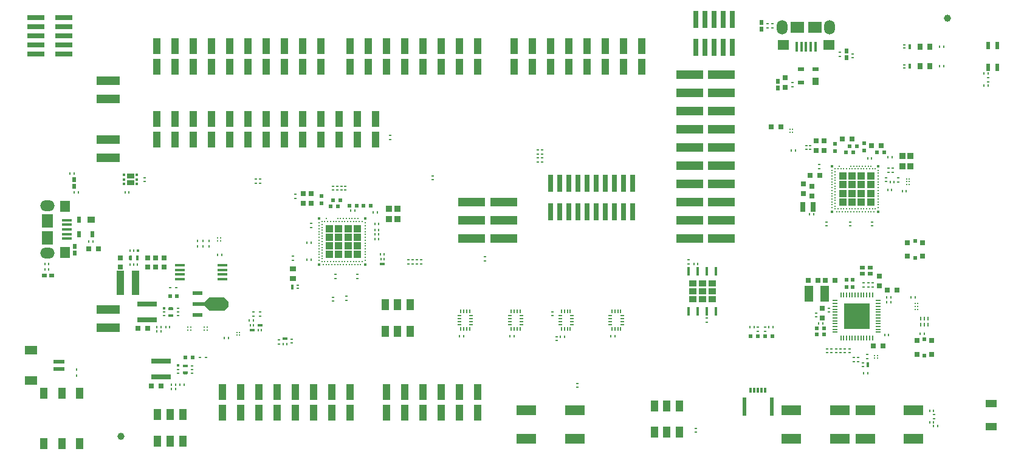
<source format=gtp>
G04*
G04 #@! TF.GenerationSoftware,Altium Limited,Altium Designer,22.10.1 (41)*
G04*
G04 Layer_Color=8421504*
%FSLAX24Y24*%
%MOIN*%
G70*
G04*
G04 #@! TF.SameCoordinates,909E230D-C440-470E-9760-442CD84647A0*
G04*
G04*
G04 #@! TF.FilePolarity,Positive*
G04*
G01*
G75*
%ADD40O,0.0787X0.0591*%
G04:AMPARAMS|DCode=41|XSize=43.3mil|YSize=39.4mil|CornerRadius=3mil|HoleSize=0mil|Usage=FLASHONLY|Rotation=180.000|XOffset=0mil|YOffset=0mil|HoleType=Round|Shape=RoundedRectangle|*
%AMROUNDEDRECTD41*
21,1,0.0433,0.0335,0,0,180.0*
21,1,0.0374,0.0394,0,0,180.0*
1,1,0.0059,-0.0187,0.0167*
1,1,0.0059,0.0187,0.0167*
1,1,0.0059,0.0187,-0.0167*
1,1,0.0059,-0.0187,-0.0167*
%
%ADD41ROUNDEDRECTD41*%
%ADD42O,0.0591X0.0787*%
%ADD43R,0.0315X0.0118*%
%ADD44R,0.0197X0.0148*%
%ADD45R,0.0138X0.0138*%
%ADD46R,0.0138X0.0098*%
%ADD47R,0.0098X0.0138*%
%ADD48R,0.0138X0.0138*%
%ADD49R,0.0118X0.0315*%
%ADD50R,0.0148X0.0197*%
%ADD51R,0.0445X0.0366*%
%ADD52R,0.0075X0.0075*%
%ADD53R,0.0106X0.0118*%
%ADD54O,0.0240X0.0071*%
%ADD55O,0.0071X0.0240*%
%ADD56R,0.0394X0.0630*%
%ADD57R,0.1083X0.0551*%
%ADD58R,0.0118X0.0106*%
%ADD59R,0.0118X0.0138*%
%ADD60R,0.0413X0.0283*%
%ADD61R,0.0236X0.1024*%
%ADD62R,0.0118X0.0315*%
%ADD63R,0.0256X0.0197*%
%ADD64R,0.0335X0.0394*%
%ADD65R,0.0335X0.0236*%
%ADD66R,0.0315X0.0295*%
%ADD67R,0.0299X0.0945*%
%ADD68R,0.1500X0.0500*%
%ADD69R,0.0402X0.0862*%
%ADD70R,0.0236X0.0335*%
%ADD71R,0.0394X0.0335*%
%ADD72R,0.0551X0.0630*%
%ADD73R,0.0610X0.0748*%
%ADD74R,0.0531X0.0157*%
%ADD75C,0.0394*%
%ADD76R,0.0295X0.0315*%
%ADD77R,0.0709X0.0472*%
%ADD78R,0.0610X0.0236*%
%ADD79R,0.0300X0.0320*%
%ADD80R,0.0320X0.0300*%
%ADD81R,0.0157X0.0098*%
%ADD82R,0.0157X0.0276*%
%ADD83C,0.0167*%
%ADD84C,0.0098*%
%ADD85R,0.0295X0.0551*%
%ADD86R,0.0236X0.0197*%
%ADD87R,0.0197X0.0236*%
%ADD88R,0.0335X0.0374*%
%ADD89R,0.0098X0.0197*%
%ADD90R,0.0256X0.0217*%
%ADD91R,0.0484X0.0874*%
%ADD92C,0.0093*%
%ADD93R,0.0138X0.0059*%
%ADD94R,0.0138X0.0098*%
%ADD95R,0.0059X0.0138*%
%ADD96R,0.0098X0.0138*%
%ADD97O,0.0551X0.0157*%
%ADD98R,0.0394X0.0591*%
%ADD99R,0.0669X0.0236*%
%ADD100R,0.0551X0.0236*%
%ADD101R,0.0098X0.0157*%
%ADD102R,0.0276X0.0157*%
%ADD103R,0.1252X0.0500*%
%ADD104R,0.0394X0.1339*%
%ADD105R,0.1063X0.0315*%
%ADD106R,0.0098X0.0142*%
%ADD107R,0.0142X0.0098*%
%ADD108R,0.0236X0.0394*%
%ADD109R,0.0177X0.0453*%
%ADD110R,0.0630X0.0394*%
%ADD111R,0.0197X0.0228*%
%ADD112R,0.0295X0.0315*%
%ADD113O,0.0079X0.0276*%
%ADD114O,0.0276X0.0079*%
%ADD115R,0.1417X0.1417*%
%ADD116R,0.0157X0.0531*%
%ADD117R,0.0748X0.0610*%
%ADD118R,0.0630X0.0551*%
%ADD119R,0.0945X0.0299*%
%ADD120R,0.0197X0.0256*%
G36*
X11334Y8518D02*
Y8282D01*
X11078Y8026D01*
X10291D01*
X10035Y8282D01*
Y8518D01*
X10291Y8774D01*
X11078D01*
X11334Y8518D01*
D02*
G37*
D40*
X1400Y11201D02*
D03*
Y13799D02*
D03*
D41*
X46546Y14011D02*
D03*
X46034D02*
D03*
X45523D02*
D03*
X45011D02*
D03*
Y14484D02*
D03*
X45523D02*
D03*
X46034D02*
D03*
X46546D02*
D03*
X45011Y14956D02*
D03*
X45523D02*
D03*
X46034D02*
D03*
X46546D02*
D03*
X45011Y15429D02*
D03*
X45523D02*
D03*
X46034D02*
D03*
X46546D02*
D03*
X18396Y12539D02*
D03*
X17884D02*
D03*
X17372D02*
D03*
X16861D02*
D03*
X18396Y12066D02*
D03*
X17884D02*
D03*
X17372D02*
D03*
X16861D02*
D03*
X18396Y11594D02*
D03*
X17884D02*
D03*
X17372D02*
D03*
X16861D02*
D03*
Y11121D02*
D03*
X17372D02*
D03*
X17884D02*
D03*
X18396D02*
D03*
D42*
X44303Y23600D02*
D03*
X41704D02*
D03*
D43*
X8160Y8137D02*
D03*
X8160Y7783D02*
D03*
X8947Y4990D02*
D03*
X8947Y4636D02*
D03*
D44*
X8160Y8162D02*
D03*
Y7758D02*
D03*
X8947Y5015D02*
D03*
Y4611D02*
D03*
D45*
X7776Y8177D02*
D03*
X8564Y5030D02*
D03*
D46*
X7776Y7960D02*
D03*
Y7763D02*
D03*
X8544D02*
D03*
Y7960D02*
D03*
Y8157D02*
D03*
X8564Y4813D02*
D03*
Y4616D02*
D03*
X9331D02*
D03*
Y4813D02*
D03*
Y5010D02*
D03*
D47*
X6335Y10566D02*
D03*
X6138Y10566D02*
D03*
X5941Y10566D02*
D03*
Y11333D02*
D03*
X6138Y11333D02*
D03*
D48*
X6355Y11333D02*
D03*
D49*
X5961Y10950D02*
D03*
X6315Y10950D02*
D03*
D50*
X5937Y10949D02*
D03*
X6340Y10949D02*
D03*
D51*
X37846Y9547D02*
D03*
X37323D02*
D03*
X36799D02*
D03*
X37846Y9102D02*
D03*
X37323D02*
D03*
X36799D02*
D03*
X37846Y8657D02*
D03*
X37323D02*
D03*
X36799D02*
D03*
D52*
X48976Y8425D02*
D03*
X49134D02*
D03*
X48976Y8268D02*
D03*
X49134D02*
D03*
X48976Y8110D02*
D03*
X49134D02*
D03*
X48671Y14961D02*
D03*
X48514D02*
D03*
X48671Y15118D02*
D03*
X48514D02*
D03*
X48671Y15276D02*
D03*
X48514D02*
D03*
D53*
X50230Y1693D02*
D03*
X50006D02*
D03*
X52758Y21053D02*
D03*
X52982D02*
D03*
Y20404D02*
D03*
X52758D02*
D03*
X39925Y7136D02*
D03*
X40149D02*
D03*
X47478Y14670D02*
D03*
X47702D02*
D03*
X48756Y8770D02*
D03*
X48980D02*
D03*
X19648Y11150D02*
D03*
X19872D02*
D03*
X47615Y15117D02*
D03*
X47839D02*
D03*
X7388Y6900D02*
D03*
X7612D02*
D03*
X12474Y7486D02*
D03*
X12699D02*
D03*
X49268Y6762D02*
D03*
X49492D02*
D03*
X47309Y6703D02*
D03*
X47533D02*
D03*
X48283Y14606D02*
D03*
X48508D02*
D03*
X36846Y10600D02*
D03*
X37071D02*
D03*
X50004Y2539D02*
D03*
X49780D02*
D03*
X8185Y3976D02*
D03*
X8410D02*
D03*
X43196Y13332D02*
D03*
X43420D02*
D03*
X49780Y1900D02*
D03*
X50004D02*
D03*
X46382Y4616D02*
D03*
X46157D02*
D03*
X43913Y7336D02*
D03*
X43688D02*
D03*
X7612Y7120D02*
D03*
X7388D02*
D03*
X8102Y7120D02*
D03*
X7878D02*
D03*
X8665Y3976D02*
D03*
X8890D02*
D03*
X8185Y3750D02*
D03*
X8410D02*
D03*
X47438Y8773D02*
D03*
X47663D02*
D03*
X47663Y8509D02*
D03*
X47438D02*
D03*
X10728Y11100D02*
D03*
X10952D02*
D03*
X11312Y6540D02*
D03*
X11088D02*
D03*
X19347Y12800D02*
D03*
X19571D02*
D03*
X19347Y12220D02*
D03*
X19571D02*
D03*
X47722Y16462D02*
D03*
X47497D02*
D03*
X19571Y11958D02*
D03*
X19347D02*
D03*
X19493Y13451D02*
D03*
X19268D02*
D03*
X15861Y11781D02*
D03*
X15636D02*
D03*
X15636Y10846D02*
D03*
X15861D02*
D03*
X18260Y13523D02*
D03*
X18035D02*
D03*
X19571Y12470D02*
D03*
X19347D02*
D03*
X40975Y7136D02*
D03*
X41199D02*
D03*
X32298Y6620D02*
D03*
X32522D02*
D03*
X42422Y16840D02*
D03*
X42198D02*
D03*
X1246Y10310D02*
D03*
X1471D02*
D03*
X3664Y11840D02*
D03*
X3888D02*
D03*
X2852Y15560D02*
D03*
X2628D02*
D03*
X3082Y14520D02*
D03*
X2858D02*
D03*
X29749Y6600D02*
D03*
X29524D02*
D03*
X24222Y6620D02*
D03*
X23998D02*
D03*
X26996D02*
D03*
X26771D02*
D03*
X46607Y16413D02*
D03*
X46383D02*
D03*
X1246Y10590D02*
D03*
X1471D02*
D03*
X50543Y21463D02*
D03*
X50318D02*
D03*
X50543Y22546D02*
D03*
X50318D02*
D03*
X5872Y14540D02*
D03*
X5648D02*
D03*
D54*
X27398Y7752D02*
D03*
X26749Y7437D02*
D03*
Y7280D02*
D03*
Y7595D02*
D03*
Y7752D02*
D03*
X27398Y7595D02*
D03*
Y7437D02*
D03*
Y7280D02*
D03*
X32275D02*
D03*
Y7437D02*
D03*
Y7595D02*
D03*
Y7752D02*
D03*
X32925D02*
D03*
Y7595D02*
D03*
Y7437D02*
D03*
Y7280D02*
D03*
X29512D02*
D03*
Y7437D02*
D03*
Y7595D02*
D03*
Y7752D02*
D03*
X30161D02*
D03*
Y7595D02*
D03*
Y7437D02*
D03*
Y7280D02*
D03*
X23985D02*
D03*
Y7437D02*
D03*
Y7595D02*
D03*
Y7752D02*
D03*
X24635D02*
D03*
Y7595D02*
D03*
Y7437D02*
D03*
Y7280D02*
D03*
D55*
X27310Y7034D02*
D03*
X26995Y7999D02*
D03*
X27152Y7034D02*
D03*
X26995D02*
D03*
X26837D02*
D03*
Y7999D02*
D03*
X27152D02*
D03*
X27310D02*
D03*
X32836Y7034D02*
D03*
X32679D02*
D03*
X32521D02*
D03*
X32364D02*
D03*
Y7999D02*
D03*
X32521D02*
D03*
X32679D02*
D03*
X32836D02*
D03*
X30073Y7034D02*
D03*
X29915D02*
D03*
X29758D02*
D03*
X29600D02*
D03*
Y7999D02*
D03*
X29758D02*
D03*
X29915D02*
D03*
X30073D02*
D03*
X24546Y7034D02*
D03*
X24389D02*
D03*
X24231D02*
D03*
X24074D02*
D03*
Y7999D02*
D03*
X24231D02*
D03*
X24389D02*
D03*
X24546D02*
D03*
D56*
X36055Y1354D02*
D03*
X34677D02*
D03*
X35366D02*
D03*
X36055Y2811D02*
D03*
X35366D02*
D03*
X34677D02*
D03*
X19910Y6913D02*
D03*
X20599D02*
D03*
X21288D02*
D03*
Y8370D02*
D03*
X20599D02*
D03*
X19910D02*
D03*
X8120Y872D02*
D03*
X7431Y2328D02*
D03*
X8809D02*
D03*
Y872D02*
D03*
X8120Y2328D02*
D03*
X7431Y872D02*
D03*
D57*
X30309Y985D02*
D03*
Y2560D02*
D03*
X27651Y985D02*
D03*
Y2560D02*
D03*
X48904Y985D02*
D03*
Y2560D02*
D03*
X46247Y985D02*
D03*
Y2560D02*
D03*
X44864Y985D02*
D03*
Y2560D02*
D03*
X42207Y985D02*
D03*
Y2560D02*
D03*
D58*
X40363Y7139D02*
D03*
Y6915D02*
D03*
X44407Y5949D02*
D03*
Y5724D02*
D03*
X17802Y8818D02*
D03*
Y8594D02*
D03*
X48070Y15117D02*
D03*
Y15341D02*
D03*
X15000Y14198D02*
D03*
Y14422D02*
D03*
X18406Y9799D02*
D03*
Y10023D02*
D03*
X46422Y9564D02*
D03*
Y9339D02*
D03*
X13060Y15252D02*
D03*
Y15028D02*
D03*
X14800Y6258D02*
D03*
Y6482D02*
D03*
X12700Y7728D02*
D03*
Y7952D02*
D03*
X45866Y5232D02*
D03*
Y5457D02*
D03*
X52982Y20616D02*
D03*
Y20841D02*
D03*
X36575Y10831D02*
D03*
Y10606D02*
D03*
X47393Y15344D02*
D03*
Y15120D02*
D03*
X50010Y2327D02*
D03*
Y2102D02*
D03*
X44163Y5949D02*
D03*
Y5724D02*
D03*
X44652Y5949D02*
D03*
Y5724D02*
D03*
X44896Y5949D02*
D03*
Y5724D02*
D03*
X45140Y5949D02*
D03*
Y5724D02*
D03*
X45384Y5949D02*
D03*
Y5724D02*
D03*
X37569Y7398D02*
D03*
Y7622D02*
D03*
X46368Y5409D02*
D03*
Y5634D02*
D03*
X45640Y5232D02*
D03*
Y5457D02*
D03*
X46171Y9564D02*
D03*
Y9339D02*
D03*
X46673Y9564D02*
D03*
Y9339D02*
D03*
X44272Y7959D02*
D03*
Y8183D02*
D03*
X43543Y7693D02*
D03*
Y7917D02*
D03*
X36950Y1358D02*
D03*
X14100Y6432D02*
D03*
X12830Y15252D02*
D03*
X13050Y7728D02*
D03*
X14100Y6208D02*
D03*
X13050Y7952D02*
D03*
X12830Y15028D02*
D03*
X28300Y16862D02*
D03*
Y16638D02*
D03*
X15857Y12604D02*
D03*
Y12828D02*
D03*
X17186Y9799D02*
D03*
Y10023D02*
D03*
X17048Y8559D02*
D03*
Y8784D02*
D03*
X45435Y12913D02*
D03*
Y12688D02*
D03*
X44115Y12913D02*
D03*
Y12688D02*
D03*
X46615D02*
D03*
Y12913D02*
D03*
X28520Y16432D02*
D03*
Y16208D02*
D03*
X28300Y16432D02*
D03*
Y16208D02*
D03*
X25400Y11002D02*
D03*
Y10778D02*
D03*
X41157Y23791D02*
D03*
Y23567D02*
D03*
X43010Y16888D02*
D03*
Y17112D02*
D03*
X43230Y16888D02*
D03*
Y17112D02*
D03*
X36950Y1582D02*
D03*
X29090Y7982D02*
D03*
Y7758D02*
D03*
X40761Y6915D02*
D03*
Y7139D02*
D03*
X21890Y10598D02*
D03*
Y10822D02*
D03*
X21653Y10598D02*
D03*
Y10822D02*
D03*
X21417Y10598D02*
D03*
Y10822D02*
D03*
X28520Y16862D02*
D03*
Y16638D02*
D03*
X21180Y10598D02*
D03*
Y10822D02*
D03*
X17730Y14658D02*
D03*
Y14882D02*
D03*
X17510Y14658D02*
D03*
Y14882D02*
D03*
X17290Y14658D02*
D03*
Y14882D02*
D03*
X17070Y14658D02*
D03*
Y14882D02*
D03*
X22520Y15442D02*
D03*
Y15218D02*
D03*
X40887Y23567D02*
D03*
Y23791D02*
D03*
X42254Y20572D02*
D03*
Y20347D02*
D03*
X45570Y21918D02*
D03*
Y22142D02*
D03*
X44867Y22222D02*
D03*
Y21997D02*
D03*
X47531Y15651D02*
D03*
Y15876D02*
D03*
X43731Y16053D02*
D03*
Y15828D02*
D03*
X47747Y15876D02*
D03*
Y15651D02*
D03*
X20200Y17428D02*
D03*
Y17652D02*
D03*
X14850Y10798D02*
D03*
Y11022D02*
D03*
X29310Y6612D02*
D03*
Y6388D02*
D03*
X30470Y4042D02*
D03*
Y3818D02*
D03*
X6740Y15342D02*
D03*
Y15118D02*
D03*
D59*
X5606Y14994D02*
D03*
Y15506D02*
D03*
Y15250D02*
D03*
X6294Y14994D02*
D03*
Y15250D02*
D03*
Y15506D02*
D03*
D60*
X5950Y15057D02*
D03*
Y15443D02*
D03*
D61*
X41112Y2767D02*
D03*
X39616D02*
D03*
D62*
X40560Y3673D02*
D03*
X40364D02*
D03*
X40167D02*
D03*
X39970D02*
D03*
X40757D02*
D03*
D63*
X1613Y9967D02*
D03*
X1239D02*
D03*
D64*
X43526Y20634D02*
D03*
D65*
Y21303D02*
D03*
X42719D02*
D03*
Y20555D02*
D03*
D66*
X41864Y20825D02*
D03*
Y20294D02*
D03*
X43338Y14858D02*
D03*
Y14326D02*
D03*
X43907Y7638D02*
D03*
Y8169D02*
D03*
X5380Y10418D02*
D03*
Y10949D02*
D03*
X7782D02*
D03*
Y10418D02*
D03*
X6886Y10949D02*
D03*
Y10418D02*
D03*
X7334Y10949D02*
D03*
Y10418D02*
D03*
X47028Y9400D02*
D03*
Y9931D02*
D03*
X15414Y14480D02*
D03*
Y13948D02*
D03*
X15857Y14480D02*
D03*
Y13948D02*
D03*
X44007Y16838D02*
D03*
Y17370D02*
D03*
X42875Y14484D02*
D03*
Y15015D02*
D03*
X43564Y17370D02*
D03*
Y16838D02*
D03*
D67*
X29000Y15018D02*
D03*
X29500D02*
D03*
X30000D02*
D03*
X30500D02*
D03*
X31000D02*
D03*
X29000Y13482D02*
D03*
X29500D02*
D03*
X30000D02*
D03*
X30500D02*
D03*
X31000D02*
D03*
X33500D02*
D03*
X33000D02*
D03*
X32500D02*
D03*
X32000D02*
D03*
X31500D02*
D03*
X33500Y15018D02*
D03*
X33000D02*
D03*
X32500D02*
D03*
X32000D02*
D03*
X31500D02*
D03*
X38970Y22502D02*
D03*
X38470D02*
D03*
X37970D02*
D03*
X37470D02*
D03*
X36970D02*
D03*
X38970Y24038D02*
D03*
X38470D02*
D03*
X37970D02*
D03*
X37470D02*
D03*
X36970D02*
D03*
D68*
X38375Y13000D02*
D03*
X36625D02*
D03*
X38375Y15000D02*
D03*
X36625D02*
D03*
Y21000D02*
D03*
X38375D02*
D03*
X36625Y20000D02*
D03*
X38375D02*
D03*
X36625Y19000D02*
D03*
X38375D02*
D03*
X36625Y18000D02*
D03*
X38375D02*
D03*
X36625Y17000D02*
D03*
X38375D02*
D03*
X36625Y16000D02*
D03*
X38375D02*
D03*
X36625Y14000D02*
D03*
X38375D02*
D03*
X36625Y12000D02*
D03*
X38375D02*
D03*
X26425Y12000D02*
D03*
X24675D02*
D03*
X26425Y13000D02*
D03*
X24675D02*
D03*
X26425Y14000D02*
D03*
X24675D02*
D03*
D69*
X31000Y21423D02*
D03*
Y22577D02*
D03*
X27000Y21423D02*
D03*
X30000D02*
D03*
X29000Y21423D02*
D03*
X34000Y21423D02*
D03*
X33000D02*
D03*
X27000Y22577D02*
D03*
X30000D02*
D03*
X29000D02*
D03*
X34000D02*
D03*
X33000D02*
D03*
X28000Y21423D02*
D03*
X32000D02*
D03*
X28000Y22577D02*
D03*
X32000D02*
D03*
X7400Y21423D02*
D03*
X13400D02*
D03*
X7400Y22577D02*
D03*
X13400D02*
D03*
X8400Y21423D02*
D03*
X9400Y21423D02*
D03*
X11400D02*
D03*
X12400D02*
D03*
X15400D02*
D03*
X16400D02*
D03*
X8400Y22577D02*
D03*
X9400D02*
D03*
X11400D02*
D03*
X12400D02*
D03*
X15400D02*
D03*
X16400D02*
D03*
X10400Y21423D02*
D03*
X14400Y21423D02*
D03*
X10400Y22577D02*
D03*
X14400D02*
D03*
X14000Y3577D02*
D03*
Y2423D02*
D03*
X18000Y3577D02*
D03*
X15000D02*
D03*
X16000Y3577D02*
D03*
X11000Y3577D02*
D03*
X12000D02*
D03*
X18000Y2423D02*
D03*
X15000D02*
D03*
X16000D02*
D03*
X11000D02*
D03*
X12000D02*
D03*
X17000Y3577D02*
D03*
X13000D02*
D03*
X17000Y2423D02*
D03*
X13000D02*
D03*
X23000Y3577D02*
D03*
X23000Y2423D02*
D03*
X25000Y3577D02*
D03*
X24000D02*
D03*
X21000D02*
D03*
X20000D02*
D03*
X25000Y2423D02*
D03*
X24000D02*
D03*
X21000D02*
D03*
X20000D02*
D03*
X22000Y3577D02*
D03*
Y2423D02*
D03*
X16400Y17423D02*
D03*
Y18577D02*
D03*
X15400D02*
D03*
Y17423D02*
D03*
X7400D02*
D03*
Y18577D02*
D03*
X11400D02*
D03*
Y17423D02*
D03*
X12400Y18577D02*
D03*
Y17423D02*
D03*
X10400Y18577D02*
D03*
Y17423D02*
D03*
X9400Y18577D02*
D03*
Y17423D02*
D03*
X8400D02*
D03*
Y18577D02*
D03*
X14400Y17423D02*
D03*
Y18577D02*
D03*
X13400Y17423D02*
D03*
Y18577D02*
D03*
X17400Y17423D02*
D03*
Y18577D02*
D03*
X18400Y17423D02*
D03*
Y18577D02*
D03*
X19400Y17423D02*
D03*
Y18577D02*
D03*
X22000Y21423D02*
D03*
Y22577D02*
D03*
X18000Y21423D02*
D03*
X21000D02*
D03*
X20000Y21423D02*
D03*
X25000Y21423D02*
D03*
X24000D02*
D03*
X18000Y22577D02*
D03*
X21000D02*
D03*
X20000D02*
D03*
X25000D02*
D03*
X24000D02*
D03*
X19000Y21423D02*
D03*
X23000D02*
D03*
X19000Y22577D02*
D03*
X23000D02*
D03*
D70*
X3870Y12226D02*
D03*
X3122D02*
D03*
Y13034D02*
D03*
D71*
X3791D02*
D03*
D72*
X2365Y13760D02*
D03*
Y11240D02*
D03*
D73*
X1400Y12028D02*
D03*
Y12972D02*
D03*
D74*
X2454Y11988D02*
D03*
Y12244D02*
D03*
Y13012D02*
D03*
Y12756D02*
D03*
Y12500D02*
D03*
D75*
X50768Y24104D02*
D03*
X5411Y1120D02*
D03*
D76*
X3660Y11440D02*
D03*
X4192D02*
D03*
X43229Y15468D02*
D03*
X43761D02*
D03*
X47137Y17112D02*
D03*
X46605D02*
D03*
X46703Y6112D02*
D03*
X47234D02*
D03*
X44606Y9705D02*
D03*
X43130Y9705D02*
D03*
X43661D02*
D03*
X6354Y7070D02*
D03*
X6886D02*
D03*
X7106Y3917D02*
D03*
X7638D02*
D03*
X44075Y9705D02*
D03*
X47994Y9152D02*
D03*
X47462D02*
D03*
X41094Y18140D02*
D03*
X41626D02*
D03*
X45513Y17466D02*
D03*
X44981D02*
D03*
D77*
X484Y4203D02*
D03*
Y5857D02*
D03*
D78*
X2010Y4833D02*
D03*
Y5227D02*
D03*
D79*
X49805Y21463D02*
D03*
X49255D02*
D03*
X49805Y22546D02*
D03*
X49255D02*
D03*
D80*
X14850Y10335D02*
D03*
Y9785D02*
D03*
D81*
X15118Y9439D02*
D03*
Y9261D02*
D03*
X46112Y5157D02*
D03*
Y4980D02*
D03*
X48406Y22632D02*
D03*
Y22455D02*
D03*
Y21550D02*
D03*
Y21372D02*
D03*
D82*
X14842Y9350D02*
D03*
X46388Y5069D02*
D03*
X48681Y22544D02*
D03*
Y21461D02*
D03*
D83*
X44440Y15980D02*
D03*
Y13460D02*
D03*
X46960D02*
D03*
Y15980D02*
D03*
X18809Y13090D02*
D03*
Y10570D02*
D03*
X16290D02*
D03*
Y13090D02*
D03*
D84*
X46566Y15980D02*
D03*
X46723Y13460D02*
D03*
X46566D02*
D03*
X46802Y13618D02*
D03*
Y15822D02*
D03*
X44440Y13696D02*
D03*
X46409Y13460D02*
D03*
X46251D02*
D03*
X46094D02*
D03*
X45936D02*
D03*
X45779D02*
D03*
X45621D02*
D03*
X45464D02*
D03*
X45306D02*
D03*
X45149D02*
D03*
X44991D02*
D03*
X44834D02*
D03*
X44676D02*
D03*
X46645Y13618D02*
D03*
X46487D02*
D03*
X46330D02*
D03*
X46172D02*
D03*
X46015D02*
D03*
X45857D02*
D03*
X45700D02*
D03*
X45542D02*
D03*
X45385D02*
D03*
X45227D02*
D03*
X45070D02*
D03*
X44912D02*
D03*
X44755D02*
D03*
X44597D02*
D03*
Y13775D02*
D03*
Y13933D02*
D03*
X44440Y13854D02*
D03*
Y14011D02*
D03*
X44597Y14090D02*
D03*
X46960Y14169D02*
D03*
X44440D02*
D03*
X44597Y14248D02*
D03*
X46960Y14326D02*
D03*
X44440D02*
D03*
X44597Y14405D02*
D03*
X46960Y14484D02*
D03*
X44440D02*
D03*
X44597Y14563D02*
D03*
X46960Y14641D02*
D03*
X44440D02*
D03*
X44597Y14720D02*
D03*
X46960Y14799D02*
D03*
X44440D02*
D03*
X44597Y14877D02*
D03*
X46960Y14956D02*
D03*
X44440D02*
D03*
X44597Y15035D02*
D03*
X46960Y15114D02*
D03*
X44440D02*
D03*
X44597Y15192D02*
D03*
X46960Y15271D02*
D03*
X44440D02*
D03*
X44597Y15350D02*
D03*
X46960Y15429D02*
D03*
X44440D02*
D03*
X44597Y15507D02*
D03*
X46960Y15586D02*
D03*
X44440D02*
D03*
X44597Y15665D02*
D03*
X46960Y15744D02*
D03*
X44440D02*
D03*
X46172Y15822D02*
D03*
X46015D02*
D03*
X45857D02*
D03*
X45700D02*
D03*
X45542D02*
D03*
X45385D02*
D03*
X45227D02*
D03*
X45070D02*
D03*
X44912D02*
D03*
X44755D02*
D03*
X44597D02*
D03*
X46409Y15980D02*
D03*
X46251D02*
D03*
X46094D02*
D03*
X45936D02*
D03*
X45779D02*
D03*
X45621D02*
D03*
X45464D02*
D03*
X44834D02*
D03*
X46330Y15822D02*
D03*
X46487D02*
D03*
X46645D02*
D03*
X46960Y14011D02*
D03*
Y13854D02*
D03*
Y13696D02*
D03*
X18809Y10806D02*
D03*
Y10964D02*
D03*
Y11121D02*
D03*
X18494Y12932D02*
D03*
X18337D02*
D03*
X18180D02*
D03*
X16683Y13090D02*
D03*
X17313D02*
D03*
X17471D02*
D03*
X17628D02*
D03*
X17786D02*
D03*
X17943D02*
D03*
X18101D02*
D03*
X18258D02*
D03*
X16447Y12932D02*
D03*
X16605D02*
D03*
X16762D02*
D03*
X16920D02*
D03*
X17077D02*
D03*
X17235D02*
D03*
X17392D02*
D03*
X17550D02*
D03*
X17707D02*
D03*
X17865D02*
D03*
X18022D02*
D03*
X16290Y12854D02*
D03*
X18809D02*
D03*
X16447Y12775D02*
D03*
X16290Y12696D02*
D03*
X18809D02*
D03*
X16447Y12617D02*
D03*
X16290Y12539D02*
D03*
X18809D02*
D03*
X16447Y12460D02*
D03*
X16290Y12381D02*
D03*
X18809D02*
D03*
X16447Y12302D02*
D03*
X16290Y12224D02*
D03*
X18809D02*
D03*
X16290Y12066D02*
D03*
X18809D02*
D03*
X16447Y11987D02*
D03*
X16290Y11909D02*
D03*
X18809D02*
D03*
X16447Y11830D02*
D03*
X16290Y11751D02*
D03*
X18809D02*
D03*
X16447Y11673D02*
D03*
X16290Y11594D02*
D03*
X18809D02*
D03*
X16447Y11515D02*
D03*
X16290Y11436D02*
D03*
X18809D02*
D03*
X16447Y11358D02*
D03*
X16290Y11279D02*
D03*
X18809D02*
D03*
X16447Y11200D02*
D03*
X16290Y11121D02*
D03*
Y10964D02*
D03*
X16447Y11043D02*
D03*
Y10728D02*
D03*
X16605D02*
D03*
X16762D02*
D03*
X16920D02*
D03*
X17077D02*
D03*
X17235D02*
D03*
X17392D02*
D03*
X17550D02*
D03*
X17707D02*
D03*
X17865D02*
D03*
X18022D02*
D03*
X18180D02*
D03*
X18337D02*
D03*
X18494D02*
D03*
X16526Y10570D02*
D03*
X16683D02*
D03*
X16841D02*
D03*
X16998D02*
D03*
X17156D02*
D03*
X17628D02*
D03*
X17786D02*
D03*
X18258D02*
D03*
X16290Y10806D02*
D03*
X18652Y12932D02*
D03*
Y10728D02*
D03*
X18416Y10570D02*
D03*
X18573D02*
D03*
X18416Y13090D02*
D03*
X16447Y10885D02*
D03*
Y12145D02*
D03*
X18101Y10570D02*
D03*
X17943D02*
D03*
X17313D02*
D03*
X17471D02*
D03*
D85*
X42836Y13746D02*
D03*
X43407D02*
D03*
D86*
X17451Y14115D02*
D03*
X17057D02*
D03*
X43594Y7061D02*
D03*
X43987D02*
D03*
X8113Y8842D02*
D03*
X8507D02*
D03*
X8957Y5463D02*
D03*
X9350D02*
D03*
X43987Y6726D02*
D03*
X43594D02*
D03*
X18741Y13808D02*
D03*
X19134D02*
D03*
X16920Y13771D02*
D03*
X17313D02*
D03*
X18357Y13808D02*
D03*
X17963D02*
D03*
X45405Y17064D02*
D03*
X45798D02*
D03*
X41164Y6644D02*
D03*
X40770D02*
D03*
X40364D02*
D03*
X39970D02*
D03*
X46891Y16718D02*
D03*
X47284D02*
D03*
X45188Y16730D02*
D03*
X45582D02*
D03*
D87*
X16428Y13926D02*
D03*
Y14320D02*
D03*
X45218Y9344D02*
D03*
Y9738D02*
D03*
X45552Y9738D02*
D03*
Y9344D02*
D03*
X44578Y16816D02*
D03*
Y17210D02*
D03*
X46202Y16836D02*
D03*
Y17230D02*
D03*
D88*
X20128Y13062D02*
D03*
X20581D02*
D03*
Y13633D02*
D03*
X20128D02*
D03*
X48279Y15952D02*
D03*
X48731D02*
D03*
Y16523D02*
D03*
X48279D02*
D03*
D89*
X49298Y7263D02*
D03*
X49495D02*
D03*
X49692D02*
D03*
X49298Y7617D02*
D03*
X49495D02*
D03*
X49692D02*
D03*
D90*
X46083Y10394D02*
D03*
X46083Y10059D02*
D03*
X46535D02*
D03*
X46535Y10394D02*
D03*
D91*
X44015Y8970D02*
D03*
X43161D02*
D03*
D92*
X42111Y17851D02*
D03*
Y18009D02*
D03*
X42269Y17851D02*
D03*
Y18009D02*
D03*
X11937Y6687D02*
D03*
X11779D02*
D03*
X11937Y6845D02*
D03*
X11779D02*
D03*
X10149Y7119D02*
D03*
X9991D02*
D03*
X10149Y6961D02*
D03*
X9991D02*
D03*
X46762Y5581D02*
D03*
X46919D02*
D03*
X46762Y5423D02*
D03*
X46919D02*
D03*
X9259Y7119D02*
D03*
X10899Y12029D02*
D03*
Y11871D02*
D03*
X10741Y12029D02*
D03*
Y11871D02*
D03*
X9259Y6961D02*
D03*
X9101Y7119D02*
D03*
Y6961D02*
D03*
D93*
X7776Y7960D02*
D03*
X8544D02*
D03*
Y7763D02*
D03*
Y8157D02*
D03*
X7776Y7763D02*
D03*
X8564Y4813D02*
D03*
Y4616D02*
D03*
X9331D02*
D03*
Y4813D02*
D03*
Y5010D02*
D03*
D94*
X7776Y8177D02*
D03*
X8564Y5030D02*
D03*
D95*
X6335Y10566D02*
D03*
X6138D02*
D03*
X5941D02*
D03*
Y11333D02*
D03*
X6138D02*
D03*
D96*
X6355D02*
D03*
D97*
X8659Y9766D02*
D03*
X10981D02*
D03*
Y10022D02*
D03*
Y10278D02*
D03*
Y10534D02*
D03*
X8659D02*
D03*
Y10278D02*
D03*
Y10022D02*
D03*
D98*
X3160Y732D02*
D03*
X2176D02*
D03*
X1192Y3488D02*
D03*
X2176D02*
D03*
X3160D02*
D03*
X1192Y732D02*
D03*
D99*
X9700Y8400D02*
D03*
D100*
X9641Y8991D02*
D03*
Y7809D02*
D03*
D101*
X14509Y6212D02*
D03*
X14331D02*
D03*
X13139Y6962D02*
D03*
X12961D02*
D03*
X12521Y7238D02*
D03*
X12699D02*
D03*
X19686Y10880D02*
D03*
X19863D02*
D03*
D102*
X14420Y6488D02*
D03*
X13050Y7238D02*
D03*
X12610Y6962D02*
D03*
X19775Y10605D02*
D03*
D103*
X4724Y20657D02*
D03*
Y19657D02*
D03*
Y17429D02*
D03*
Y16429D02*
D03*
Y8090D02*
D03*
Y7090D02*
D03*
D104*
X6227Y9571D02*
D03*
X5400D02*
D03*
D105*
X6850Y8413D02*
D03*
Y7547D02*
D03*
X7637Y5266D02*
D03*
Y4400D02*
D03*
D106*
X9620Y11884D02*
D03*
Y11553D02*
D03*
X10260Y11884D02*
D03*
X3002Y4811D02*
D03*
X9940Y11884D02*
D03*
X10260Y11553D02*
D03*
X9940D02*
D03*
X3002Y4480D02*
D03*
D107*
X9756Y5463D02*
D03*
X10087D02*
D03*
X8472Y9301D02*
D03*
X8142D02*
D03*
D108*
X52982Y22598D02*
D03*
X53494D02*
D03*
X52982Y21417D02*
D03*
X53494D02*
D03*
D109*
X38073Y10193D02*
D03*
X37573D02*
D03*
X37073D02*
D03*
X36573D02*
D03*
X38073Y8012D02*
D03*
X37573D02*
D03*
X37073D02*
D03*
X36573D02*
D03*
D110*
X53150Y2933D02*
D03*
Y1673D02*
D03*
D111*
X48976Y10951D02*
D03*
Y11864D02*
D03*
X49498Y5557D02*
D03*
Y6470D02*
D03*
D112*
X48573Y11033D02*
D03*
X49380D02*
D03*
Y11782D02*
D03*
X48573D02*
D03*
X49094Y5640D02*
D03*
X49902D02*
D03*
Y6388D02*
D03*
X49094D02*
D03*
D113*
X45542Y8901D02*
D03*
X46645D02*
D03*
X46645Y6539D02*
D03*
X46487D02*
D03*
X46330D02*
D03*
X46015D02*
D03*
X45857D02*
D03*
X45700D02*
D03*
X45542D02*
D03*
X45385D02*
D03*
X45227D02*
D03*
X45070D02*
D03*
X44913D02*
D03*
Y8901D02*
D03*
X45070D02*
D03*
X45227D02*
D03*
X45385D02*
D03*
X45700D02*
D03*
X45857D02*
D03*
X46015D02*
D03*
X46172D02*
D03*
X46487D02*
D03*
X46330D02*
D03*
X46172Y6539D02*
D03*
D114*
X44598Y8586D02*
D03*
Y7641D02*
D03*
Y7169D02*
D03*
X46960Y6854D02*
D03*
X44598Y7326D02*
D03*
Y7799D02*
D03*
Y7956D02*
D03*
Y8114D02*
D03*
Y8271D02*
D03*
Y8429D02*
D03*
X46960Y8586D02*
D03*
Y8429D02*
D03*
Y8271D02*
D03*
Y7956D02*
D03*
Y7799D02*
D03*
Y7641D02*
D03*
Y7484D02*
D03*
Y7326D02*
D03*
Y7169D02*
D03*
Y7011D02*
D03*
X44598Y7484D02*
D03*
Y6854D02*
D03*
Y7011D02*
D03*
X46960Y8114D02*
D03*
D115*
X45779Y7720D02*
D03*
D116*
X43004Y22547D02*
D03*
X43259D02*
D03*
X43515D02*
D03*
X42748D02*
D03*
X42492D02*
D03*
D117*
X43476Y23600D02*
D03*
X42531D02*
D03*
D118*
X41744Y22635D02*
D03*
X44263D02*
D03*
D119*
X762Y22140D02*
D03*
Y22640D02*
D03*
Y23140D02*
D03*
Y23640D02*
D03*
Y24140D02*
D03*
X2298Y22140D02*
D03*
Y22640D02*
D03*
Y23140D02*
D03*
Y23640D02*
D03*
Y24140D02*
D03*
D120*
X40557Y23866D02*
D03*
Y23492D02*
D03*
X2900Y11190D02*
D03*
Y11564D02*
D03*
X41474Y20263D02*
D03*
Y20637D02*
D03*
X2860Y15227D02*
D03*
Y14853D02*
D03*
X45217Y21923D02*
D03*
Y22297D02*
D03*
M02*

</source>
